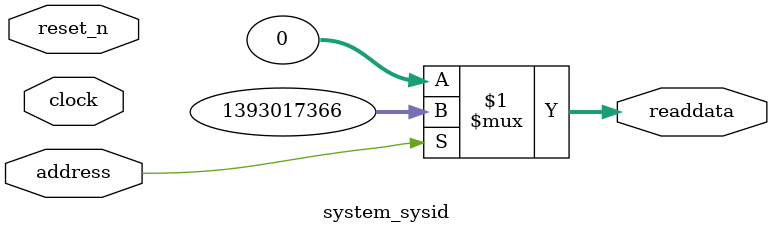
<source format=v>

`timescale 1ns / 1ps
// synthesis translate_on

// turn off superfluous verilog processor warnings 
// altera message_level Level1 
// altera message_off 10034 10035 10036 10037 10230 10240 10030 

module system_sysid (
               // inputs:
                address,
                clock,
                reset_n,

               // outputs:
                readdata
             )
;

  output  [ 31: 0] readdata;
  input            address;
  input            clock;
  input            reset_n;

  wire    [ 31: 0] readdata;
  //control_slave, which is an e_avalon_slave
  assign readdata = address ? 1393017366 : 0;

endmodule




</source>
